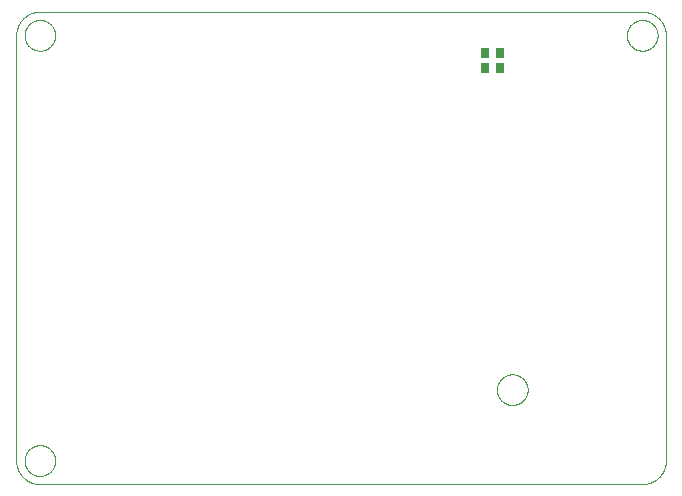
<source format=gbp>
G75*
%MOIN*%
%OFA0B0*%
%FSLAX25Y25*%
%IPPOS*%
%LPD*%
%AMOC8*
5,1,8,0,0,1.08239X$1,22.5*
%
%ADD10C,0.00001*%
%ADD11R,0.02756X0.03543*%
D10*
X0035524Y0020000D02*
X0236311Y0020000D01*
X0236501Y0020002D01*
X0236691Y0020009D01*
X0236881Y0020021D01*
X0237071Y0020037D01*
X0237260Y0020057D01*
X0237449Y0020083D01*
X0237637Y0020112D01*
X0237824Y0020147D01*
X0238010Y0020186D01*
X0238195Y0020229D01*
X0238380Y0020277D01*
X0238563Y0020329D01*
X0238744Y0020385D01*
X0238924Y0020446D01*
X0239103Y0020512D01*
X0239280Y0020581D01*
X0239456Y0020655D01*
X0239629Y0020733D01*
X0239801Y0020816D01*
X0239970Y0020902D01*
X0240138Y0020992D01*
X0240303Y0021087D01*
X0240466Y0021185D01*
X0240626Y0021288D01*
X0240784Y0021394D01*
X0240939Y0021504D01*
X0241092Y0021617D01*
X0241242Y0021735D01*
X0241388Y0021856D01*
X0241532Y0021980D01*
X0241673Y0022108D01*
X0241811Y0022239D01*
X0241946Y0022374D01*
X0242077Y0022512D01*
X0242205Y0022653D01*
X0242329Y0022797D01*
X0242450Y0022943D01*
X0242568Y0023093D01*
X0242681Y0023246D01*
X0242791Y0023401D01*
X0242897Y0023559D01*
X0243000Y0023719D01*
X0243098Y0023882D01*
X0243193Y0024047D01*
X0243283Y0024215D01*
X0243369Y0024384D01*
X0243452Y0024556D01*
X0243530Y0024729D01*
X0243604Y0024905D01*
X0243673Y0025082D01*
X0243739Y0025261D01*
X0243800Y0025441D01*
X0243856Y0025622D01*
X0243908Y0025805D01*
X0243956Y0025990D01*
X0243999Y0026175D01*
X0244038Y0026361D01*
X0244073Y0026548D01*
X0244102Y0026736D01*
X0244128Y0026925D01*
X0244148Y0027114D01*
X0244164Y0027304D01*
X0244176Y0027494D01*
X0244183Y0027684D01*
X0244185Y0027874D01*
X0244185Y0169606D01*
X0231193Y0169606D02*
X0231195Y0169749D01*
X0231201Y0169892D01*
X0231211Y0170034D01*
X0231225Y0170176D01*
X0231243Y0170318D01*
X0231265Y0170460D01*
X0231290Y0170600D01*
X0231320Y0170740D01*
X0231354Y0170879D01*
X0231391Y0171017D01*
X0231433Y0171154D01*
X0231478Y0171289D01*
X0231527Y0171423D01*
X0231579Y0171556D01*
X0231635Y0171688D01*
X0231695Y0171817D01*
X0231759Y0171945D01*
X0231826Y0172072D01*
X0231897Y0172196D01*
X0231971Y0172318D01*
X0232048Y0172438D01*
X0232129Y0172556D01*
X0232213Y0172672D01*
X0232300Y0172785D01*
X0232390Y0172896D01*
X0232484Y0173004D01*
X0232580Y0173110D01*
X0232679Y0173212D01*
X0232782Y0173312D01*
X0232886Y0173409D01*
X0232994Y0173504D01*
X0233104Y0173595D01*
X0233217Y0173683D01*
X0233332Y0173767D01*
X0233449Y0173849D01*
X0233569Y0173927D01*
X0233690Y0174002D01*
X0233814Y0174074D01*
X0233940Y0174142D01*
X0234067Y0174206D01*
X0234197Y0174267D01*
X0234328Y0174324D01*
X0234460Y0174378D01*
X0234594Y0174427D01*
X0234729Y0174474D01*
X0234866Y0174516D01*
X0235004Y0174554D01*
X0235142Y0174589D01*
X0235282Y0174619D01*
X0235422Y0174646D01*
X0235563Y0174669D01*
X0235705Y0174688D01*
X0235847Y0174703D01*
X0235990Y0174714D01*
X0236132Y0174721D01*
X0236275Y0174724D01*
X0236418Y0174723D01*
X0236561Y0174718D01*
X0236704Y0174709D01*
X0236846Y0174696D01*
X0236988Y0174679D01*
X0237129Y0174658D01*
X0237270Y0174633D01*
X0237410Y0174605D01*
X0237549Y0174572D01*
X0237687Y0174535D01*
X0237824Y0174495D01*
X0237960Y0174451D01*
X0238095Y0174403D01*
X0238228Y0174351D01*
X0238360Y0174296D01*
X0238490Y0174237D01*
X0238619Y0174174D01*
X0238745Y0174108D01*
X0238870Y0174038D01*
X0238993Y0173965D01*
X0239113Y0173889D01*
X0239232Y0173809D01*
X0239348Y0173725D01*
X0239462Y0173639D01*
X0239573Y0173549D01*
X0239682Y0173457D01*
X0239788Y0173361D01*
X0239892Y0173263D01*
X0239993Y0173161D01*
X0240090Y0173057D01*
X0240185Y0172950D01*
X0240277Y0172841D01*
X0240366Y0172729D01*
X0240452Y0172614D01*
X0240534Y0172498D01*
X0240613Y0172378D01*
X0240689Y0172257D01*
X0240761Y0172134D01*
X0240830Y0172009D01*
X0240895Y0171882D01*
X0240957Y0171753D01*
X0241015Y0171622D01*
X0241070Y0171490D01*
X0241120Y0171356D01*
X0241167Y0171221D01*
X0241211Y0171085D01*
X0241250Y0170948D01*
X0241285Y0170809D01*
X0241317Y0170670D01*
X0241345Y0170530D01*
X0241369Y0170389D01*
X0241389Y0170247D01*
X0241405Y0170105D01*
X0241417Y0169963D01*
X0241425Y0169820D01*
X0241429Y0169677D01*
X0241429Y0169535D01*
X0241425Y0169392D01*
X0241417Y0169249D01*
X0241405Y0169107D01*
X0241389Y0168965D01*
X0241369Y0168823D01*
X0241345Y0168682D01*
X0241317Y0168542D01*
X0241285Y0168403D01*
X0241250Y0168264D01*
X0241211Y0168127D01*
X0241167Y0167991D01*
X0241120Y0167856D01*
X0241070Y0167722D01*
X0241015Y0167590D01*
X0240957Y0167459D01*
X0240895Y0167330D01*
X0240830Y0167203D01*
X0240761Y0167078D01*
X0240689Y0166955D01*
X0240613Y0166834D01*
X0240534Y0166714D01*
X0240452Y0166598D01*
X0240366Y0166483D01*
X0240277Y0166371D01*
X0240185Y0166262D01*
X0240090Y0166155D01*
X0239993Y0166051D01*
X0239892Y0165949D01*
X0239788Y0165851D01*
X0239682Y0165755D01*
X0239573Y0165663D01*
X0239462Y0165573D01*
X0239348Y0165487D01*
X0239232Y0165403D01*
X0239113Y0165323D01*
X0238993Y0165247D01*
X0238870Y0165174D01*
X0238745Y0165104D01*
X0238619Y0165038D01*
X0238490Y0164975D01*
X0238360Y0164916D01*
X0238228Y0164861D01*
X0238095Y0164809D01*
X0237960Y0164761D01*
X0237824Y0164717D01*
X0237687Y0164677D01*
X0237549Y0164640D01*
X0237410Y0164607D01*
X0237270Y0164579D01*
X0237129Y0164554D01*
X0236988Y0164533D01*
X0236846Y0164516D01*
X0236704Y0164503D01*
X0236561Y0164494D01*
X0236418Y0164489D01*
X0236275Y0164488D01*
X0236132Y0164491D01*
X0235990Y0164498D01*
X0235847Y0164509D01*
X0235705Y0164524D01*
X0235563Y0164543D01*
X0235422Y0164566D01*
X0235282Y0164593D01*
X0235142Y0164623D01*
X0235004Y0164658D01*
X0234866Y0164696D01*
X0234729Y0164738D01*
X0234594Y0164785D01*
X0234460Y0164834D01*
X0234328Y0164888D01*
X0234197Y0164945D01*
X0234067Y0165006D01*
X0233940Y0165070D01*
X0233814Y0165138D01*
X0233690Y0165210D01*
X0233569Y0165285D01*
X0233449Y0165363D01*
X0233332Y0165445D01*
X0233217Y0165529D01*
X0233104Y0165617D01*
X0232994Y0165708D01*
X0232886Y0165803D01*
X0232782Y0165900D01*
X0232679Y0166000D01*
X0232580Y0166102D01*
X0232484Y0166208D01*
X0232390Y0166316D01*
X0232300Y0166427D01*
X0232213Y0166540D01*
X0232129Y0166656D01*
X0232048Y0166774D01*
X0231971Y0166894D01*
X0231897Y0167016D01*
X0231826Y0167140D01*
X0231759Y0167267D01*
X0231695Y0167395D01*
X0231635Y0167524D01*
X0231579Y0167656D01*
X0231527Y0167789D01*
X0231478Y0167923D01*
X0231433Y0168058D01*
X0231391Y0168195D01*
X0231354Y0168333D01*
X0231320Y0168472D01*
X0231290Y0168612D01*
X0231265Y0168752D01*
X0231243Y0168894D01*
X0231225Y0169036D01*
X0231211Y0169178D01*
X0231201Y0169320D01*
X0231195Y0169463D01*
X0231193Y0169606D01*
X0236311Y0177480D02*
X0236501Y0177478D01*
X0236691Y0177471D01*
X0236881Y0177459D01*
X0237071Y0177443D01*
X0237260Y0177423D01*
X0237449Y0177397D01*
X0237637Y0177368D01*
X0237824Y0177333D01*
X0238010Y0177294D01*
X0238195Y0177251D01*
X0238380Y0177203D01*
X0238563Y0177151D01*
X0238744Y0177095D01*
X0238924Y0177034D01*
X0239103Y0176968D01*
X0239280Y0176899D01*
X0239456Y0176825D01*
X0239629Y0176747D01*
X0239801Y0176664D01*
X0239970Y0176578D01*
X0240138Y0176488D01*
X0240303Y0176393D01*
X0240466Y0176295D01*
X0240626Y0176192D01*
X0240784Y0176086D01*
X0240939Y0175976D01*
X0241092Y0175863D01*
X0241242Y0175745D01*
X0241388Y0175624D01*
X0241532Y0175500D01*
X0241673Y0175372D01*
X0241811Y0175241D01*
X0241946Y0175106D01*
X0242077Y0174968D01*
X0242205Y0174827D01*
X0242329Y0174683D01*
X0242450Y0174537D01*
X0242568Y0174387D01*
X0242681Y0174234D01*
X0242791Y0174079D01*
X0242897Y0173921D01*
X0243000Y0173761D01*
X0243098Y0173598D01*
X0243193Y0173433D01*
X0243283Y0173265D01*
X0243369Y0173096D01*
X0243452Y0172924D01*
X0243530Y0172751D01*
X0243604Y0172575D01*
X0243673Y0172398D01*
X0243739Y0172219D01*
X0243800Y0172039D01*
X0243856Y0171858D01*
X0243908Y0171675D01*
X0243956Y0171490D01*
X0243999Y0171305D01*
X0244038Y0171119D01*
X0244073Y0170932D01*
X0244102Y0170744D01*
X0244128Y0170555D01*
X0244148Y0170366D01*
X0244164Y0170176D01*
X0244176Y0169986D01*
X0244183Y0169796D01*
X0244185Y0169606D01*
X0236311Y0177480D02*
X0035524Y0177480D01*
X0030406Y0169606D02*
X0030408Y0169749D01*
X0030414Y0169892D01*
X0030424Y0170034D01*
X0030438Y0170176D01*
X0030456Y0170318D01*
X0030478Y0170460D01*
X0030503Y0170600D01*
X0030533Y0170740D01*
X0030567Y0170879D01*
X0030604Y0171017D01*
X0030646Y0171154D01*
X0030691Y0171289D01*
X0030740Y0171423D01*
X0030792Y0171556D01*
X0030848Y0171688D01*
X0030908Y0171817D01*
X0030972Y0171945D01*
X0031039Y0172072D01*
X0031110Y0172196D01*
X0031184Y0172318D01*
X0031261Y0172438D01*
X0031342Y0172556D01*
X0031426Y0172672D01*
X0031513Y0172785D01*
X0031603Y0172896D01*
X0031697Y0173004D01*
X0031793Y0173110D01*
X0031892Y0173212D01*
X0031995Y0173312D01*
X0032099Y0173409D01*
X0032207Y0173504D01*
X0032317Y0173595D01*
X0032430Y0173683D01*
X0032545Y0173767D01*
X0032662Y0173849D01*
X0032782Y0173927D01*
X0032903Y0174002D01*
X0033027Y0174074D01*
X0033153Y0174142D01*
X0033280Y0174206D01*
X0033410Y0174267D01*
X0033541Y0174324D01*
X0033673Y0174378D01*
X0033807Y0174427D01*
X0033942Y0174474D01*
X0034079Y0174516D01*
X0034217Y0174554D01*
X0034355Y0174589D01*
X0034495Y0174619D01*
X0034635Y0174646D01*
X0034776Y0174669D01*
X0034918Y0174688D01*
X0035060Y0174703D01*
X0035203Y0174714D01*
X0035345Y0174721D01*
X0035488Y0174724D01*
X0035631Y0174723D01*
X0035774Y0174718D01*
X0035917Y0174709D01*
X0036059Y0174696D01*
X0036201Y0174679D01*
X0036342Y0174658D01*
X0036483Y0174633D01*
X0036623Y0174605D01*
X0036762Y0174572D01*
X0036900Y0174535D01*
X0037037Y0174495D01*
X0037173Y0174451D01*
X0037308Y0174403D01*
X0037441Y0174351D01*
X0037573Y0174296D01*
X0037703Y0174237D01*
X0037832Y0174174D01*
X0037958Y0174108D01*
X0038083Y0174038D01*
X0038206Y0173965D01*
X0038326Y0173889D01*
X0038445Y0173809D01*
X0038561Y0173725D01*
X0038675Y0173639D01*
X0038786Y0173549D01*
X0038895Y0173457D01*
X0039001Y0173361D01*
X0039105Y0173263D01*
X0039206Y0173161D01*
X0039303Y0173057D01*
X0039398Y0172950D01*
X0039490Y0172841D01*
X0039579Y0172729D01*
X0039665Y0172614D01*
X0039747Y0172498D01*
X0039826Y0172378D01*
X0039902Y0172257D01*
X0039974Y0172134D01*
X0040043Y0172009D01*
X0040108Y0171882D01*
X0040170Y0171753D01*
X0040228Y0171622D01*
X0040283Y0171490D01*
X0040333Y0171356D01*
X0040380Y0171221D01*
X0040424Y0171085D01*
X0040463Y0170948D01*
X0040498Y0170809D01*
X0040530Y0170670D01*
X0040558Y0170530D01*
X0040582Y0170389D01*
X0040602Y0170247D01*
X0040618Y0170105D01*
X0040630Y0169963D01*
X0040638Y0169820D01*
X0040642Y0169677D01*
X0040642Y0169535D01*
X0040638Y0169392D01*
X0040630Y0169249D01*
X0040618Y0169107D01*
X0040602Y0168965D01*
X0040582Y0168823D01*
X0040558Y0168682D01*
X0040530Y0168542D01*
X0040498Y0168403D01*
X0040463Y0168264D01*
X0040424Y0168127D01*
X0040380Y0167991D01*
X0040333Y0167856D01*
X0040283Y0167722D01*
X0040228Y0167590D01*
X0040170Y0167459D01*
X0040108Y0167330D01*
X0040043Y0167203D01*
X0039974Y0167078D01*
X0039902Y0166955D01*
X0039826Y0166834D01*
X0039747Y0166714D01*
X0039665Y0166598D01*
X0039579Y0166483D01*
X0039490Y0166371D01*
X0039398Y0166262D01*
X0039303Y0166155D01*
X0039206Y0166051D01*
X0039105Y0165949D01*
X0039001Y0165851D01*
X0038895Y0165755D01*
X0038786Y0165663D01*
X0038675Y0165573D01*
X0038561Y0165487D01*
X0038445Y0165403D01*
X0038326Y0165323D01*
X0038206Y0165247D01*
X0038083Y0165174D01*
X0037958Y0165104D01*
X0037832Y0165038D01*
X0037703Y0164975D01*
X0037573Y0164916D01*
X0037441Y0164861D01*
X0037308Y0164809D01*
X0037173Y0164761D01*
X0037037Y0164717D01*
X0036900Y0164677D01*
X0036762Y0164640D01*
X0036623Y0164607D01*
X0036483Y0164579D01*
X0036342Y0164554D01*
X0036201Y0164533D01*
X0036059Y0164516D01*
X0035917Y0164503D01*
X0035774Y0164494D01*
X0035631Y0164489D01*
X0035488Y0164488D01*
X0035345Y0164491D01*
X0035203Y0164498D01*
X0035060Y0164509D01*
X0034918Y0164524D01*
X0034776Y0164543D01*
X0034635Y0164566D01*
X0034495Y0164593D01*
X0034355Y0164623D01*
X0034217Y0164658D01*
X0034079Y0164696D01*
X0033942Y0164738D01*
X0033807Y0164785D01*
X0033673Y0164834D01*
X0033541Y0164888D01*
X0033410Y0164945D01*
X0033280Y0165006D01*
X0033153Y0165070D01*
X0033027Y0165138D01*
X0032903Y0165210D01*
X0032782Y0165285D01*
X0032662Y0165363D01*
X0032545Y0165445D01*
X0032430Y0165529D01*
X0032317Y0165617D01*
X0032207Y0165708D01*
X0032099Y0165803D01*
X0031995Y0165900D01*
X0031892Y0166000D01*
X0031793Y0166102D01*
X0031697Y0166208D01*
X0031603Y0166316D01*
X0031513Y0166427D01*
X0031426Y0166540D01*
X0031342Y0166656D01*
X0031261Y0166774D01*
X0031184Y0166894D01*
X0031110Y0167016D01*
X0031039Y0167140D01*
X0030972Y0167267D01*
X0030908Y0167395D01*
X0030848Y0167524D01*
X0030792Y0167656D01*
X0030740Y0167789D01*
X0030691Y0167923D01*
X0030646Y0168058D01*
X0030604Y0168195D01*
X0030567Y0168333D01*
X0030533Y0168472D01*
X0030503Y0168612D01*
X0030478Y0168752D01*
X0030456Y0168894D01*
X0030438Y0169036D01*
X0030424Y0169178D01*
X0030414Y0169320D01*
X0030408Y0169463D01*
X0030406Y0169606D01*
X0027650Y0169606D02*
X0027650Y0027874D01*
X0030406Y0027874D02*
X0030408Y0028017D01*
X0030414Y0028160D01*
X0030424Y0028302D01*
X0030438Y0028444D01*
X0030456Y0028586D01*
X0030478Y0028728D01*
X0030503Y0028868D01*
X0030533Y0029008D01*
X0030567Y0029147D01*
X0030604Y0029285D01*
X0030646Y0029422D01*
X0030691Y0029557D01*
X0030740Y0029691D01*
X0030792Y0029824D01*
X0030848Y0029956D01*
X0030908Y0030085D01*
X0030972Y0030213D01*
X0031039Y0030340D01*
X0031110Y0030464D01*
X0031184Y0030586D01*
X0031261Y0030706D01*
X0031342Y0030824D01*
X0031426Y0030940D01*
X0031513Y0031053D01*
X0031603Y0031164D01*
X0031697Y0031272D01*
X0031793Y0031378D01*
X0031892Y0031480D01*
X0031995Y0031580D01*
X0032099Y0031677D01*
X0032207Y0031772D01*
X0032317Y0031863D01*
X0032430Y0031951D01*
X0032545Y0032035D01*
X0032662Y0032117D01*
X0032782Y0032195D01*
X0032903Y0032270D01*
X0033027Y0032342D01*
X0033153Y0032410D01*
X0033280Y0032474D01*
X0033410Y0032535D01*
X0033541Y0032592D01*
X0033673Y0032646D01*
X0033807Y0032695D01*
X0033942Y0032742D01*
X0034079Y0032784D01*
X0034217Y0032822D01*
X0034355Y0032857D01*
X0034495Y0032887D01*
X0034635Y0032914D01*
X0034776Y0032937D01*
X0034918Y0032956D01*
X0035060Y0032971D01*
X0035203Y0032982D01*
X0035345Y0032989D01*
X0035488Y0032992D01*
X0035631Y0032991D01*
X0035774Y0032986D01*
X0035917Y0032977D01*
X0036059Y0032964D01*
X0036201Y0032947D01*
X0036342Y0032926D01*
X0036483Y0032901D01*
X0036623Y0032873D01*
X0036762Y0032840D01*
X0036900Y0032803D01*
X0037037Y0032763D01*
X0037173Y0032719D01*
X0037308Y0032671D01*
X0037441Y0032619D01*
X0037573Y0032564D01*
X0037703Y0032505D01*
X0037832Y0032442D01*
X0037958Y0032376D01*
X0038083Y0032306D01*
X0038206Y0032233D01*
X0038326Y0032157D01*
X0038445Y0032077D01*
X0038561Y0031993D01*
X0038675Y0031907D01*
X0038786Y0031817D01*
X0038895Y0031725D01*
X0039001Y0031629D01*
X0039105Y0031531D01*
X0039206Y0031429D01*
X0039303Y0031325D01*
X0039398Y0031218D01*
X0039490Y0031109D01*
X0039579Y0030997D01*
X0039665Y0030882D01*
X0039747Y0030766D01*
X0039826Y0030646D01*
X0039902Y0030525D01*
X0039974Y0030402D01*
X0040043Y0030277D01*
X0040108Y0030150D01*
X0040170Y0030021D01*
X0040228Y0029890D01*
X0040283Y0029758D01*
X0040333Y0029624D01*
X0040380Y0029489D01*
X0040424Y0029353D01*
X0040463Y0029216D01*
X0040498Y0029077D01*
X0040530Y0028938D01*
X0040558Y0028798D01*
X0040582Y0028657D01*
X0040602Y0028515D01*
X0040618Y0028373D01*
X0040630Y0028231D01*
X0040638Y0028088D01*
X0040642Y0027945D01*
X0040642Y0027803D01*
X0040638Y0027660D01*
X0040630Y0027517D01*
X0040618Y0027375D01*
X0040602Y0027233D01*
X0040582Y0027091D01*
X0040558Y0026950D01*
X0040530Y0026810D01*
X0040498Y0026671D01*
X0040463Y0026532D01*
X0040424Y0026395D01*
X0040380Y0026259D01*
X0040333Y0026124D01*
X0040283Y0025990D01*
X0040228Y0025858D01*
X0040170Y0025727D01*
X0040108Y0025598D01*
X0040043Y0025471D01*
X0039974Y0025346D01*
X0039902Y0025223D01*
X0039826Y0025102D01*
X0039747Y0024982D01*
X0039665Y0024866D01*
X0039579Y0024751D01*
X0039490Y0024639D01*
X0039398Y0024530D01*
X0039303Y0024423D01*
X0039206Y0024319D01*
X0039105Y0024217D01*
X0039001Y0024119D01*
X0038895Y0024023D01*
X0038786Y0023931D01*
X0038675Y0023841D01*
X0038561Y0023755D01*
X0038445Y0023671D01*
X0038326Y0023591D01*
X0038206Y0023515D01*
X0038083Y0023442D01*
X0037958Y0023372D01*
X0037832Y0023306D01*
X0037703Y0023243D01*
X0037573Y0023184D01*
X0037441Y0023129D01*
X0037308Y0023077D01*
X0037173Y0023029D01*
X0037037Y0022985D01*
X0036900Y0022945D01*
X0036762Y0022908D01*
X0036623Y0022875D01*
X0036483Y0022847D01*
X0036342Y0022822D01*
X0036201Y0022801D01*
X0036059Y0022784D01*
X0035917Y0022771D01*
X0035774Y0022762D01*
X0035631Y0022757D01*
X0035488Y0022756D01*
X0035345Y0022759D01*
X0035203Y0022766D01*
X0035060Y0022777D01*
X0034918Y0022792D01*
X0034776Y0022811D01*
X0034635Y0022834D01*
X0034495Y0022861D01*
X0034355Y0022891D01*
X0034217Y0022926D01*
X0034079Y0022964D01*
X0033942Y0023006D01*
X0033807Y0023053D01*
X0033673Y0023102D01*
X0033541Y0023156D01*
X0033410Y0023213D01*
X0033280Y0023274D01*
X0033153Y0023338D01*
X0033027Y0023406D01*
X0032903Y0023478D01*
X0032782Y0023553D01*
X0032662Y0023631D01*
X0032545Y0023713D01*
X0032430Y0023797D01*
X0032317Y0023885D01*
X0032207Y0023976D01*
X0032099Y0024071D01*
X0031995Y0024168D01*
X0031892Y0024268D01*
X0031793Y0024370D01*
X0031697Y0024476D01*
X0031603Y0024584D01*
X0031513Y0024695D01*
X0031426Y0024808D01*
X0031342Y0024924D01*
X0031261Y0025042D01*
X0031184Y0025162D01*
X0031110Y0025284D01*
X0031039Y0025408D01*
X0030972Y0025535D01*
X0030908Y0025663D01*
X0030848Y0025792D01*
X0030792Y0025924D01*
X0030740Y0026057D01*
X0030691Y0026191D01*
X0030646Y0026326D01*
X0030604Y0026463D01*
X0030567Y0026601D01*
X0030533Y0026740D01*
X0030503Y0026880D01*
X0030478Y0027020D01*
X0030456Y0027162D01*
X0030438Y0027304D01*
X0030424Y0027446D01*
X0030414Y0027588D01*
X0030408Y0027731D01*
X0030406Y0027874D01*
X0027650Y0027874D02*
X0027652Y0027684D01*
X0027659Y0027494D01*
X0027671Y0027304D01*
X0027687Y0027114D01*
X0027707Y0026925D01*
X0027733Y0026736D01*
X0027762Y0026548D01*
X0027797Y0026361D01*
X0027836Y0026175D01*
X0027879Y0025990D01*
X0027927Y0025805D01*
X0027979Y0025622D01*
X0028035Y0025441D01*
X0028096Y0025261D01*
X0028162Y0025082D01*
X0028231Y0024905D01*
X0028305Y0024729D01*
X0028383Y0024556D01*
X0028466Y0024384D01*
X0028552Y0024215D01*
X0028642Y0024047D01*
X0028737Y0023882D01*
X0028835Y0023719D01*
X0028938Y0023559D01*
X0029044Y0023401D01*
X0029154Y0023246D01*
X0029267Y0023093D01*
X0029385Y0022943D01*
X0029506Y0022797D01*
X0029630Y0022653D01*
X0029758Y0022512D01*
X0029889Y0022374D01*
X0030024Y0022239D01*
X0030162Y0022108D01*
X0030303Y0021980D01*
X0030447Y0021856D01*
X0030593Y0021735D01*
X0030743Y0021617D01*
X0030896Y0021504D01*
X0031051Y0021394D01*
X0031209Y0021288D01*
X0031369Y0021185D01*
X0031532Y0021087D01*
X0031697Y0020992D01*
X0031865Y0020902D01*
X0032034Y0020816D01*
X0032206Y0020733D01*
X0032379Y0020655D01*
X0032555Y0020581D01*
X0032732Y0020512D01*
X0032911Y0020446D01*
X0033091Y0020385D01*
X0033272Y0020329D01*
X0033455Y0020277D01*
X0033640Y0020229D01*
X0033825Y0020186D01*
X0034011Y0020147D01*
X0034198Y0020112D01*
X0034386Y0020083D01*
X0034575Y0020057D01*
X0034764Y0020037D01*
X0034954Y0020021D01*
X0035144Y0020009D01*
X0035334Y0020002D01*
X0035524Y0020000D01*
X0187886Y0051496D02*
X0187888Y0051639D01*
X0187894Y0051782D01*
X0187904Y0051924D01*
X0187918Y0052066D01*
X0187936Y0052208D01*
X0187958Y0052350D01*
X0187983Y0052490D01*
X0188013Y0052630D01*
X0188047Y0052769D01*
X0188084Y0052907D01*
X0188126Y0053044D01*
X0188171Y0053179D01*
X0188220Y0053313D01*
X0188272Y0053446D01*
X0188328Y0053578D01*
X0188388Y0053707D01*
X0188452Y0053835D01*
X0188519Y0053962D01*
X0188590Y0054086D01*
X0188664Y0054208D01*
X0188741Y0054328D01*
X0188822Y0054446D01*
X0188906Y0054562D01*
X0188993Y0054675D01*
X0189083Y0054786D01*
X0189177Y0054894D01*
X0189273Y0055000D01*
X0189372Y0055102D01*
X0189475Y0055202D01*
X0189579Y0055299D01*
X0189687Y0055394D01*
X0189797Y0055485D01*
X0189910Y0055573D01*
X0190025Y0055657D01*
X0190142Y0055739D01*
X0190262Y0055817D01*
X0190383Y0055892D01*
X0190507Y0055964D01*
X0190633Y0056032D01*
X0190760Y0056096D01*
X0190890Y0056157D01*
X0191021Y0056214D01*
X0191153Y0056268D01*
X0191287Y0056317D01*
X0191422Y0056364D01*
X0191559Y0056406D01*
X0191697Y0056444D01*
X0191835Y0056479D01*
X0191975Y0056509D01*
X0192115Y0056536D01*
X0192256Y0056559D01*
X0192398Y0056578D01*
X0192540Y0056593D01*
X0192683Y0056604D01*
X0192825Y0056611D01*
X0192968Y0056614D01*
X0193111Y0056613D01*
X0193254Y0056608D01*
X0193397Y0056599D01*
X0193539Y0056586D01*
X0193681Y0056569D01*
X0193822Y0056548D01*
X0193963Y0056523D01*
X0194103Y0056495D01*
X0194242Y0056462D01*
X0194380Y0056425D01*
X0194517Y0056385D01*
X0194653Y0056341D01*
X0194788Y0056293D01*
X0194921Y0056241D01*
X0195053Y0056186D01*
X0195183Y0056127D01*
X0195312Y0056064D01*
X0195438Y0055998D01*
X0195563Y0055928D01*
X0195686Y0055855D01*
X0195806Y0055779D01*
X0195925Y0055699D01*
X0196041Y0055615D01*
X0196155Y0055529D01*
X0196266Y0055439D01*
X0196375Y0055347D01*
X0196481Y0055251D01*
X0196585Y0055153D01*
X0196686Y0055051D01*
X0196783Y0054947D01*
X0196878Y0054840D01*
X0196970Y0054731D01*
X0197059Y0054619D01*
X0197145Y0054504D01*
X0197227Y0054388D01*
X0197306Y0054268D01*
X0197382Y0054147D01*
X0197454Y0054024D01*
X0197523Y0053899D01*
X0197588Y0053772D01*
X0197650Y0053643D01*
X0197708Y0053512D01*
X0197763Y0053380D01*
X0197813Y0053246D01*
X0197860Y0053111D01*
X0197904Y0052975D01*
X0197943Y0052838D01*
X0197978Y0052699D01*
X0198010Y0052560D01*
X0198038Y0052420D01*
X0198062Y0052279D01*
X0198082Y0052137D01*
X0198098Y0051995D01*
X0198110Y0051853D01*
X0198118Y0051710D01*
X0198122Y0051567D01*
X0198122Y0051425D01*
X0198118Y0051282D01*
X0198110Y0051139D01*
X0198098Y0050997D01*
X0198082Y0050855D01*
X0198062Y0050713D01*
X0198038Y0050572D01*
X0198010Y0050432D01*
X0197978Y0050293D01*
X0197943Y0050154D01*
X0197904Y0050017D01*
X0197860Y0049881D01*
X0197813Y0049746D01*
X0197763Y0049612D01*
X0197708Y0049480D01*
X0197650Y0049349D01*
X0197588Y0049220D01*
X0197523Y0049093D01*
X0197454Y0048968D01*
X0197382Y0048845D01*
X0197306Y0048724D01*
X0197227Y0048604D01*
X0197145Y0048488D01*
X0197059Y0048373D01*
X0196970Y0048261D01*
X0196878Y0048152D01*
X0196783Y0048045D01*
X0196686Y0047941D01*
X0196585Y0047839D01*
X0196481Y0047741D01*
X0196375Y0047645D01*
X0196266Y0047553D01*
X0196155Y0047463D01*
X0196041Y0047377D01*
X0195925Y0047293D01*
X0195806Y0047213D01*
X0195686Y0047137D01*
X0195563Y0047064D01*
X0195438Y0046994D01*
X0195312Y0046928D01*
X0195183Y0046865D01*
X0195053Y0046806D01*
X0194921Y0046751D01*
X0194788Y0046699D01*
X0194653Y0046651D01*
X0194517Y0046607D01*
X0194380Y0046567D01*
X0194242Y0046530D01*
X0194103Y0046497D01*
X0193963Y0046469D01*
X0193822Y0046444D01*
X0193681Y0046423D01*
X0193539Y0046406D01*
X0193397Y0046393D01*
X0193254Y0046384D01*
X0193111Y0046379D01*
X0192968Y0046378D01*
X0192825Y0046381D01*
X0192683Y0046388D01*
X0192540Y0046399D01*
X0192398Y0046414D01*
X0192256Y0046433D01*
X0192115Y0046456D01*
X0191975Y0046483D01*
X0191835Y0046513D01*
X0191697Y0046548D01*
X0191559Y0046586D01*
X0191422Y0046628D01*
X0191287Y0046675D01*
X0191153Y0046724D01*
X0191021Y0046778D01*
X0190890Y0046835D01*
X0190760Y0046896D01*
X0190633Y0046960D01*
X0190507Y0047028D01*
X0190383Y0047100D01*
X0190262Y0047175D01*
X0190142Y0047253D01*
X0190025Y0047335D01*
X0189910Y0047419D01*
X0189797Y0047507D01*
X0189687Y0047598D01*
X0189579Y0047693D01*
X0189475Y0047790D01*
X0189372Y0047890D01*
X0189273Y0047992D01*
X0189177Y0048098D01*
X0189083Y0048206D01*
X0188993Y0048317D01*
X0188906Y0048430D01*
X0188822Y0048546D01*
X0188741Y0048664D01*
X0188664Y0048784D01*
X0188590Y0048906D01*
X0188519Y0049030D01*
X0188452Y0049157D01*
X0188388Y0049285D01*
X0188328Y0049414D01*
X0188272Y0049546D01*
X0188220Y0049679D01*
X0188171Y0049813D01*
X0188126Y0049948D01*
X0188084Y0050085D01*
X0188047Y0050223D01*
X0188013Y0050362D01*
X0187983Y0050502D01*
X0187958Y0050642D01*
X0187936Y0050784D01*
X0187918Y0050926D01*
X0187904Y0051068D01*
X0187894Y0051210D01*
X0187888Y0051353D01*
X0187886Y0051496D01*
X0035524Y0177480D02*
X0035334Y0177478D01*
X0035144Y0177471D01*
X0034954Y0177459D01*
X0034764Y0177443D01*
X0034575Y0177423D01*
X0034386Y0177397D01*
X0034198Y0177368D01*
X0034011Y0177333D01*
X0033825Y0177294D01*
X0033640Y0177251D01*
X0033455Y0177203D01*
X0033272Y0177151D01*
X0033091Y0177095D01*
X0032911Y0177034D01*
X0032732Y0176968D01*
X0032555Y0176899D01*
X0032379Y0176825D01*
X0032206Y0176747D01*
X0032034Y0176664D01*
X0031865Y0176578D01*
X0031697Y0176488D01*
X0031532Y0176393D01*
X0031369Y0176295D01*
X0031209Y0176192D01*
X0031051Y0176086D01*
X0030896Y0175976D01*
X0030743Y0175863D01*
X0030593Y0175745D01*
X0030447Y0175624D01*
X0030303Y0175500D01*
X0030162Y0175372D01*
X0030024Y0175241D01*
X0029889Y0175106D01*
X0029758Y0174968D01*
X0029630Y0174827D01*
X0029506Y0174683D01*
X0029385Y0174537D01*
X0029267Y0174387D01*
X0029154Y0174234D01*
X0029044Y0174079D01*
X0028938Y0173921D01*
X0028835Y0173761D01*
X0028737Y0173598D01*
X0028642Y0173433D01*
X0028552Y0173265D01*
X0028466Y0173096D01*
X0028383Y0172924D01*
X0028305Y0172751D01*
X0028231Y0172575D01*
X0028162Y0172398D01*
X0028096Y0172219D01*
X0028035Y0172039D01*
X0027979Y0171858D01*
X0027927Y0171675D01*
X0027879Y0171490D01*
X0027836Y0171305D01*
X0027797Y0171119D01*
X0027762Y0170932D01*
X0027733Y0170744D01*
X0027707Y0170555D01*
X0027687Y0170366D01*
X0027671Y0170176D01*
X0027659Y0169986D01*
X0027652Y0169796D01*
X0027650Y0169606D01*
D11*
X0183841Y0163750D03*
X0188959Y0163750D03*
X0188959Y0158750D03*
X0183841Y0158750D03*
M02*

</source>
